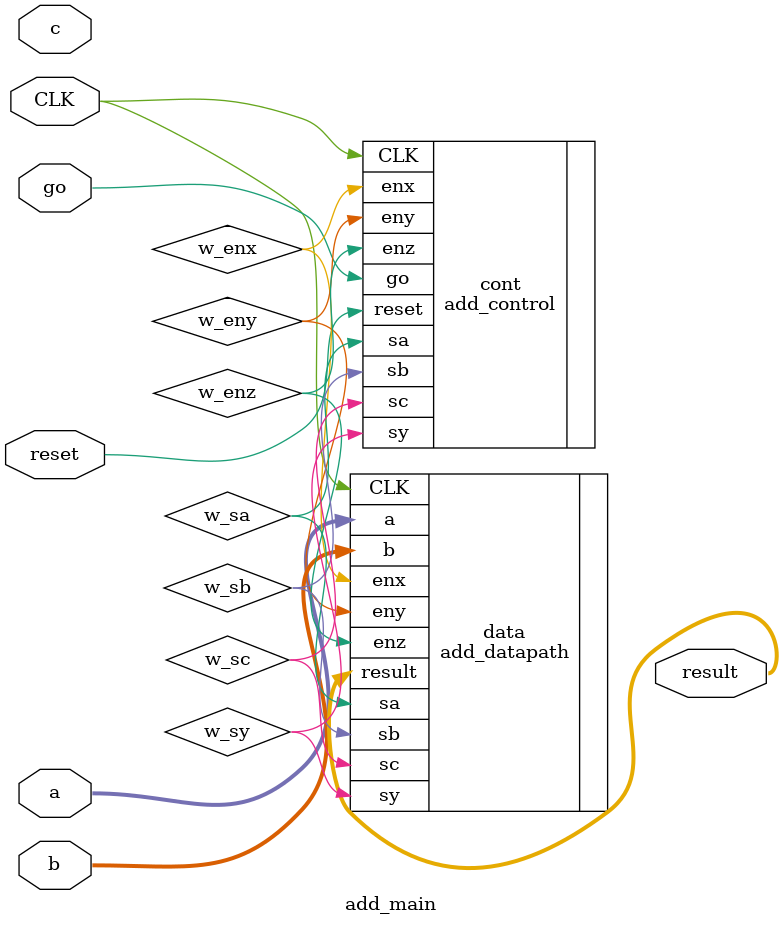
<source format=v>

module add_main(
	input 			go,
	input 	[5:0]	a,
	input 	[5:0]	b,
	input 	[5:0]	c,
	input				reset,
	input				CLK,
	output	[5:0] result
);

	
	wire w_enx;
	wire w_eny;
	wire w_enz;
	wire w_sa;
	wire w_sb;
	wire w_sc;
	wire w_sy;



	add_datapath data(
			.a(a),
			.b(b),
			.CLK(CLK),
			.enx(w_enx),
			.eny(w_eny),
			.enz(w_enz),
			.sa(w_sa),
			.sb(w_sb),
			.sc(w_sc),
			.sy(w_sy),
			.result(result)
	);
	
	
	

	add_control cont(
	
			.go(go),
			.reset(reset),
			.CLK(CLK),
			.enx(w_enx),
			.eny(w_eny),
			.enz(w_enz),
			.sa(w_sa),
			.sb(w_sb),
			.sc(w_sc),
			.sy(w_sy)
	
	);



endmodule

</source>
